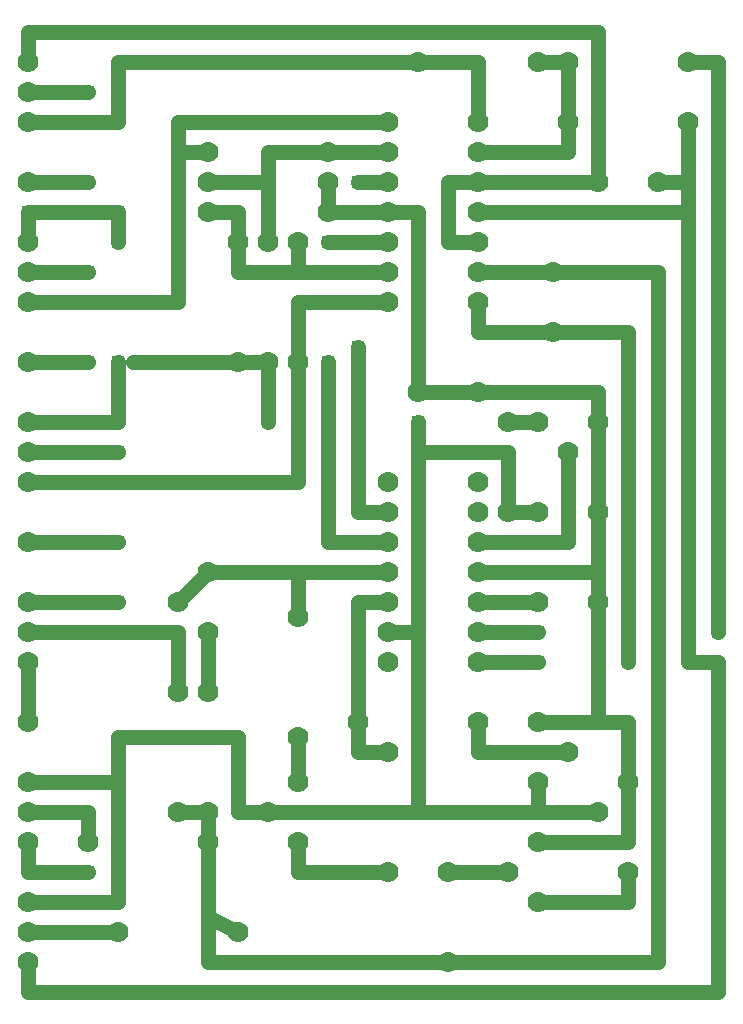
<source format=gbl>
G75*
%MOIN*%
%OFA0B0*%
%FSLAX25Y25*%
%IPPOS*%
%LPD*%
%AMOC8*
5,1,8,0,0,1.08239X$1,22.5*
%
%ADD10C,0.07000*%
%ADD11C,0.05000*%
%ADD12R,0.03962X0.03962*%
D10*
X0040337Y0021000D03*
X0040337Y0031000D03*
X0040337Y0041000D03*
X0040337Y0061000D03*
X0040337Y0071000D03*
X0040337Y0081000D03*
X0040337Y0101000D03*
X0040337Y0121000D03*
X0040337Y0131000D03*
X0040337Y0141000D03*
X0040337Y0161000D03*
X0040337Y0181000D03*
X0040337Y0191000D03*
X0040337Y0201000D03*
X0040337Y0221000D03*
X0040337Y0241000D03*
X0040337Y0251000D03*
X0040337Y0261000D03*
X0040337Y0281000D03*
X0040337Y0301000D03*
X0040337Y0311000D03*
X0040337Y0321000D03*
X0100337Y0291000D03*
X0100337Y0281000D03*
X0100337Y0271000D03*
X0110337Y0261000D03*
X0120337Y0261000D03*
X0130337Y0261000D03*
X0140337Y0271000D03*
X0140337Y0281000D03*
X0140337Y0291000D03*
X0160337Y0291000D03*
X0160337Y0281000D03*
X0160337Y0271000D03*
X0160337Y0261000D03*
X0160337Y0251000D03*
X0160337Y0241000D03*
X0170337Y0211000D03*
X0190337Y0211000D03*
X0200337Y0201000D03*
X0210337Y0201000D03*
X0220337Y0191000D03*
X0230337Y0201000D03*
X0230337Y0171000D03*
X0210337Y0171000D03*
X0200337Y0171000D03*
X0190337Y0171000D03*
X0190337Y0181000D03*
X0190337Y0161000D03*
X0190337Y0151000D03*
X0190337Y0141000D03*
X0190337Y0131000D03*
X0190337Y0121000D03*
X0190337Y0101000D03*
X0210337Y0101000D03*
X0220337Y0091000D03*
X0210337Y0081000D03*
X0210337Y0061000D03*
X0200337Y0051000D03*
X0210337Y0041000D03*
X0230337Y0071000D03*
X0240337Y0081000D03*
X0240337Y0051000D03*
X0180337Y0051000D03*
X0160337Y0051000D03*
X0180337Y0021000D03*
X0130337Y0061000D03*
X0120337Y0071000D03*
X0130337Y0081000D03*
X0130337Y0096000D03*
X0150337Y0101000D03*
X0160337Y0091000D03*
X0160337Y0121000D03*
X0160337Y0131000D03*
X0160337Y0141000D03*
X0160337Y0151000D03*
X0160337Y0161000D03*
X0160337Y0171000D03*
X0160337Y0181000D03*
X0130337Y0221000D03*
X0120337Y0221000D03*
X0110337Y0221000D03*
X0100337Y0151000D03*
X0090337Y0141000D03*
X0100337Y0131000D03*
X0100337Y0111000D03*
X0090337Y0111000D03*
X0090337Y0071000D03*
X0100337Y0071000D03*
X0100337Y0061000D03*
X0110337Y0031000D03*
X0070337Y0031000D03*
X0060337Y0061000D03*
X0130337Y0136000D03*
X0210337Y0141000D03*
X0230337Y0141000D03*
X0215337Y0231000D03*
X0215337Y0251000D03*
X0190337Y0251000D03*
X0190337Y0241000D03*
X0190337Y0261000D03*
X0190337Y0271000D03*
X0190337Y0281000D03*
X0190337Y0291000D03*
X0190337Y0301000D03*
X0170337Y0321000D03*
X0160337Y0301000D03*
X0210337Y0321000D03*
X0220337Y0321000D03*
X0220337Y0301000D03*
X0230337Y0281000D03*
X0250337Y0281000D03*
X0260337Y0301000D03*
X0260337Y0321000D03*
D11*
X0040337Y0021000D02*
X0040337Y0011000D01*
X0060337Y0011000D01*
X0270337Y0011000D01*
X0270337Y0121000D01*
X0260337Y0121000D01*
X0260337Y0271000D01*
X0190337Y0271000D01*
X0190337Y0261000D02*
X0180337Y0261000D01*
X0180337Y0281000D01*
X0230337Y0281000D01*
X0230337Y0331000D01*
X0070337Y0331000D01*
X0040337Y0331000D01*
X0040337Y0321000D01*
X0040337Y0311000D02*
X0060337Y0311000D01*
X0070337Y0301000D02*
X0040337Y0301000D01*
X0040337Y0281000D02*
X0060337Y0281000D01*
X0070337Y0271000D02*
X0040337Y0271000D01*
X0040337Y0261000D01*
X0040337Y0251000D02*
X0060337Y0251000D01*
X0070337Y0261000D02*
X0070337Y0271000D01*
X0090337Y0291000D02*
X0100337Y0291000D01*
X0090337Y0291000D02*
X0090337Y0301000D01*
X0160337Y0301000D01*
X0160337Y0291000D02*
X0140337Y0291000D01*
X0120337Y0291000D01*
X0120337Y0281000D01*
X0100337Y0281000D01*
X0100337Y0271000D02*
X0110337Y0271000D01*
X0110337Y0261000D01*
X0110337Y0251000D01*
X0130337Y0251000D01*
X0130337Y0261000D01*
X0130337Y0251000D02*
X0160337Y0251000D01*
X0160337Y0241000D02*
X0130337Y0241000D01*
X0130337Y0221000D01*
X0130337Y0181000D01*
X0040337Y0181000D01*
X0040337Y0191000D02*
X0070337Y0191000D01*
X0070337Y0201000D02*
X0070337Y0221000D01*
X0070337Y0221000D01*
X0075337Y0221000D02*
X0110337Y0221000D01*
X0120337Y0221000D01*
X0120337Y0201000D01*
X0140337Y0221000D02*
X0140337Y0161000D01*
X0160337Y0161000D01*
X0160337Y0171000D02*
X0150337Y0171000D01*
X0150337Y0226000D01*
X0170337Y0211000D02*
X0170337Y0271000D01*
X0160337Y0271000D01*
X0140337Y0271000D01*
X0140337Y0281000D01*
X0150337Y0281000D02*
X0160337Y0281000D01*
X0160337Y0261000D02*
X0140337Y0261000D01*
X0120337Y0261000D02*
X0120337Y0281000D01*
X0090337Y0291000D02*
X0090337Y0241000D01*
X0040337Y0241000D01*
X0040337Y0221000D02*
X0060337Y0221000D01*
X0070337Y0201000D02*
X0040337Y0201000D01*
X0040337Y0201000D01*
X0040337Y0161000D02*
X0070337Y0161000D01*
X0070337Y0141000D02*
X0065337Y0141000D01*
X0070337Y0141000D02*
X0040337Y0141000D01*
X0040337Y0141000D01*
X0040337Y0131000D02*
X0050337Y0131000D01*
X0090337Y0131000D01*
X0090337Y0111000D01*
X0100337Y0111000D02*
X0100337Y0131000D01*
X0090337Y0141000D02*
X0100337Y0151000D01*
X0130337Y0151000D01*
X0160337Y0151000D01*
X0160337Y0141000D02*
X0150337Y0141000D01*
X0150337Y0101000D01*
X0150337Y0091000D01*
X0160337Y0091000D01*
X0170337Y0071000D02*
X0210337Y0071000D01*
X0210337Y0081000D01*
X0210337Y0071000D02*
X0230337Y0071000D01*
X0240337Y0081000D02*
X0240337Y0061000D01*
X0210337Y0061000D01*
X0200337Y0051000D02*
X0180337Y0051000D01*
X0170337Y0071000D02*
X0170337Y0131000D01*
X0160337Y0131000D01*
X0170337Y0131000D02*
X0170337Y0191000D01*
X0170337Y0201000D01*
X0170337Y0191000D02*
X0200337Y0191000D01*
X0200337Y0171000D01*
X0210337Y0171000D01*
X0220337Y0161000D02*
X0190337Y0161000D01*
X0190337Y0151000D02*
X0230337Y0151000D01*
X0230337Y0171000D01*
X0230337Y0201000D01*
X0230337Y0211000D01*
X0170337Y0211000D01*
X0190337Y0231000D02*
X0215337Y0231000D01*
X0240337Y0231000D01*
X0240337Y0221000D01*
X0240337Y0121000D01*
X0240337Y0101000D02*
X0230337Y0101000D01*
X0210337Y0101000D01*
X0220337Y0091000D02*
X0190337Y0091000D01*
X0190337Y0101000D01*
X0190337Y0121000D02*
X0210337Y0121000D01*
X0210337Y0131000D02*
X0190337Y0131000D01*
X0190337Y0141000D02*
X0210337Y0141000D01*
X0220337Y0161000D02*
X0220337Y0191000D01*
X0210337Y0201000D02*
X0200337Y0201000D01*
X0190337Y0231000D02*
X0190337Y0241000D01*
X0190337Y0251000D02*
X0215337Y0251000D01*
X0240337Y0251000D01*
X0250337Y0251000D01*
X0250337Y0021000D01*
X0180337Y0021000D01*
X0100337Y0021000D01*
X0100337Y0036000D01*
X0110337Y0031000D01*
X0100337Y0036000D02*
X0100337Y0071000D01*
X0100337Y0061000D01*
X0100337Y0071000D02*
X0090337Y0071000D01*
X0110337Y0071000D02*
X0110337Y0096000D01*
X0070337Y0096000D01*
X0070337Y0081000D01*
X0070337Y0041000D01*
X0040337Y0041000D01*
X0040337Y0031000D02*
X0070337Y0031000D01*
X0060337Y0051000D02*
X0040337Y0051000D01*
X0040337Y0061000D01*
X0040337Y0071000D02*
X0060337Y0071000D01*
X0060337Y0061000D01*
X0050337Y0081000D02*
X0070337Y0081000D01*
X0040337Y0081000D01*
X0050337Y0081000D01*
X0040337Y0101000D02*
X0040337Y0121000D01*
X0110337Y0071000D02*
X0120337Y0071000D01*
X0170337Y0071000D01*
X0160337Y0051000D02*
X0130337Y0051000D01*
X0130337Y0061000D01*
X0130337Y0081000D02*
X0130337Y0096000D01*
X0130337Y0136000D02*
X0130337Y0151000D01*
X0210337Y0041000D02*
X0240337Y0041000D01*
X0240337Y0051000D01*
X0240337Y0081000D02*
X0240337Y0101000D01*
X0230337Y0101000D02*
X0230337Y0141000D01*
X0230337Y0151000D01*
X0270337Y0131000D02*
X0270337Y0321000D01*
X0260337Y0321000D01*
X0260337Y0301000D02*
X0260337Y0281000D01*
X0250337Y0281000D01*
X0260337Y0281000D02*
X0260337Y0271000D01*
X0230337Y0281000D02*
X0190337Y0281000D01*
X0190337Y0291000D02*
X0220337Y0291000D01*
X0220337Y0301000D01*
X0220337Y0321000D01*
X0210337Y0321000D01*
X0190337Y0321000D02*
X0190337Y0301000D01*
X0190337Y0321000D02*
X0170337Y0321000D01*
X0070337Y0321000D01*
X0070337Y0301000D01*
D12*
X0060337Y0311000D03*
X0070337Y0331000D03*
X0060337Y0281000D03*
X0070337Y0271000D03*
X0070337Y0261000D03*
X0060337Y0251000D03*
X0040337Y0271000D03*
X0060337Y0221000D03*
X0070337Y0221000D03*
X0060337Y0201000D03*
X0070337Y0191000D03*
X0070337Y0161000D03*
X0070337Y0141000D03*
X0050337Y0131000D03*
X0050337Y0131000D03*
X0070337Y0081000D03*
X0060337Y0051000D03*
X0060337Y0011000D03*
X0210337Y0121000D03*
X0210337Y0131000D03*
X0240337Y0121000D03*
X0270337Y0131000D03*
X0230337Y0071000D03*
X0230337Y0071000D03*
X0240337Y0041000D03*
X0270337Y0041000D03*
X0170337Y0201000D03*
X0150337Y0226000D03*
X0140337Y0221000D03*
X0120337Y0221000D03*
X0120337Y0201000D03*
X0140337Y0261000D03*
X0150337Y0281000D03*
M02*

</source>
